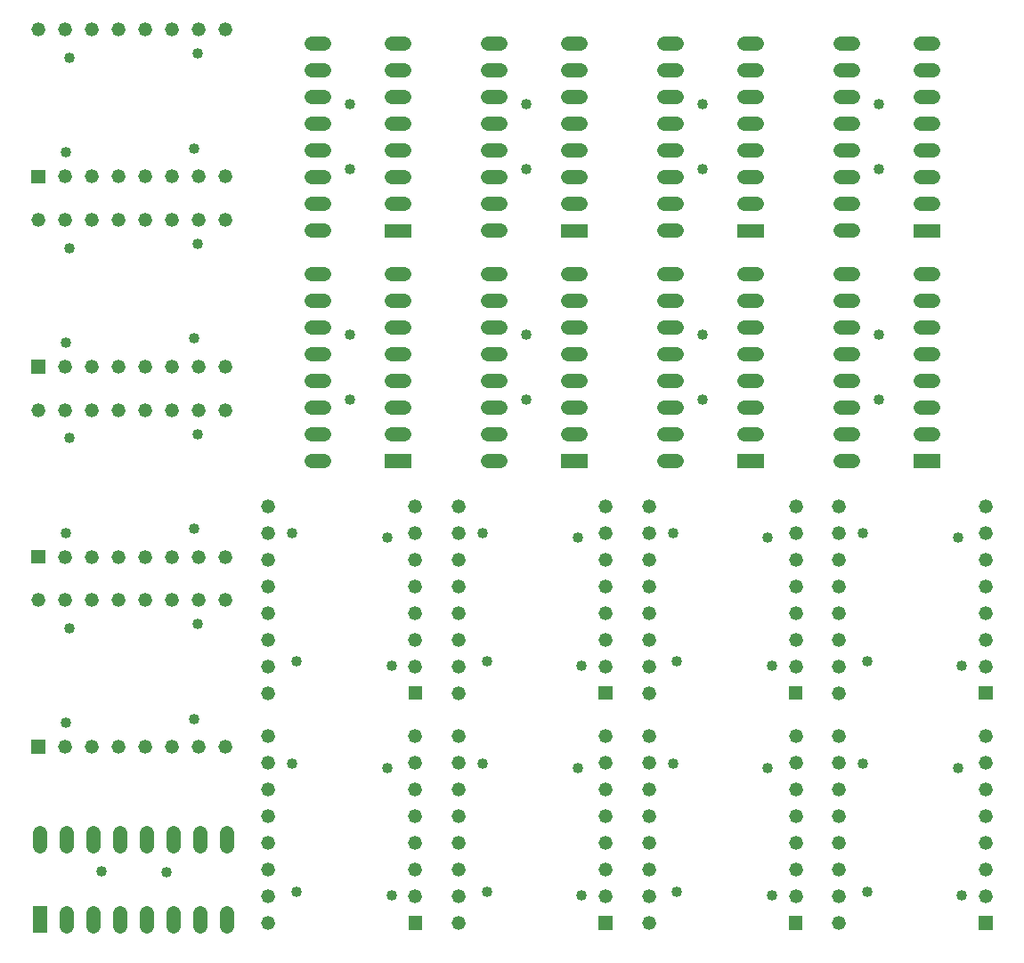
<source format=gbs>
%FSLAX24Y24*%
%MOIN*%
%ADD10C,0.0400*%
%ADD11C,0.0520*%
D10*
G01X12495Y22865D03*
X12485Y20422D03*
X12495Y31485D03*
X12485Y29042D03*
X5625Y2725D03*
X3182Y2735D03*
X25695Y31485D03*
X25685Y29042D03*
X19095Y22865D03*
X19085Y20422D03*
X25695Y22865D03*
X25685Y20422D03*
X19095Y31485D03*
X19085Y29042D03*
X32295Y31485D03*
X32285Y29042D03*
X32295Y22865D03*
X32285Y20422D03*
X6633Y29822D03*
X6782Y33372D03*
X1840Y29668D03*
X1990Y33220D03*
X13878Y6633D03*
X10328Y6782D03*
X14032Y1840D03*
X10480Y1990D03*
X20998Y6633D03*
X17448Y6782D03*
X21152Y1840D03*
X17600Y1990D03*
X35238Y6633D03*
X31688Y6782D03*
X35392Y1840D03*
X31840Y1990D03*
X28118Y6633D03*
X24568Y6782D03*
X28272Y1840D03*
X24720Y1990D03*
X13878Y15253D03*
X10328Y15402D03*
X14032Y10460D03*
X10480Y10610D03*
X20998Y15253D03*
X17448Y15402D03*
X21152Y10460D03*
X17600Y10610D03*
X28118Y15253D03*
X24568Y15402D03*
X28272Y10460D03*
X24720Y10610D03*
X6633Y22702D03*
X6782Y26252D03*
X1840Y22548D03*
X1990Y26100D03*
X6633Y15582D03*
X6782Y19132D03*
X1840Y15428D03*
X1990Y18980D03*
X6633Y8462D03*
X6782Y12012D03*
X1840Y8308D03*
X1990Y11860D03*
X35238Y15253D03*
X31688Y15402D03*
X35392Y10460D03*
X31840Y10610D03*
D11*
G01X11043Y18115D02*
X11523Y18115D01*
X14043Y20115D02*
X14523Y20115D01*
X14043Y19115D02*
X14523Y19115D01*
X11043Y19115D02*
X11523Y19115D01*
X11043Y25115D02*
X11523Y25115D01*
X11043Y24115D02*
X11523Y24115D01*
X14043Y22115D02*
X14523Y22115D01*
X14043Y24115D02*
X14523Y24115D01*
X14043Y21115D02*
X14523Y21115D01*
X14043Y25115D02*
X14523Y25115D01*
X14043Y23115D02*
X14523Y23115D01*
X11043Y21115D02*
X11523Y21115D01*
X11043Y20115D02*
X11523Y20115D01*
X11043Y23115D02*
X11523Y23115D01*
X11043Y22115D02*
X11523Y22115D01*
X11043Y26735D02*
X11523Y26735D01*
X14043Y28735D02*
X14523Y28735D01*
X14043Y27735D02*
X14523Y27735D01*
X11043Y27735D02*
X11523Y27735D01*
X11043Y33735D02*
X11523Y33735D01*
X11043Y32735D02*
X11523Y32735D01*
X14043Y30735D02*
X14523Y30735D01*
X14043Y32735D02*
X14523Y32735D01*
X14043Y29735D02*
X14523Y29735D01*
X14043Y33735D02*
X14523Y33735D01*
X14043Y31735D02*
X14523Y31735D01*
X11043Y29735D02*
X11523Y29735D01*
X11043Y28735D02*
X11523Y28735D01*
X11043Y31735D02*
X11523Y31735D01*
X11043Y30735D02*
X11523Y30735D01*
X875Y4177D02*
X875Y3697D01*
X2875Y1177D02*
X2875Y697D01*
X1875Y1177D02*
X1875Y697D01*
X1875Y4177D02*
X1875Y3697D01*
X7875Y4177D02*
X7875Y3697D01*
X6875Y4177D02*
X6875Y3697D01*
X4875Y1177D02*
X4875Y697D01*
X6875Y1177D02*
X6875Y697D01*
X3875Y1177D02*
X3875Y697D01*
X7875Y1177D02*
X7875Y697D01*
X5875Y1177D02*
X5875Y697D01*
X3875Y4177D02*
X3875Y3697D01*
X2875Y4177D02*
X2875Y3697D01*
X5875Y4177D02*
X5875Y3697D01*
X4875Y4177D02*
X4875Y3697D01*
X24243Y26735D02*
X24723Y26735D01*
X27243Y28735D02*
X27723Y28735D01*
X27243Y27735D02*
X27723Y27735D01*
X24243Y27735D02*
X24723Y27735D01*
X24243Y33735D02*
X24723Y33735D01*
X24243Y32735D02*
X24723Y32735D01*
X27243Y30735D02*
X27723Y30735D01*
X27243Y32735D02*
X27723Y32735D01*
X27243Y29735D02*
X27723Y29735D01*
X27243Y33735D02*
X27723Y33735D01*
X27243Y31735D02*
X27723Y31735D01*
X24243Y29735D02*
X24723Y29735D01*
X24243Y28735D02*
X24723Y28735D01*
X24243Y31735D02*
X24723Y31735D01*
X24243Y30735D02*
X24723Y30735D01*
X17643Y18115D02*
X18123Y18115D01*
X20643Y20115D02*
X21123Y20115D01*
X20643Y19115D02*
X21123Y19115D01*
X17643Y19115D02*
X18123Y19115D01*
X17643Y25115D02*
X18123Y25115D01*
X17643Y24115D02*
X18123Y24115D01*
X20643Y22115D02*
X21123Y22115D01*
X20643Y24115D02*
X21123Y24115D01*
X20643Y21115D02*
X21123Y21115D01*
X20643Y25115D02*
X21123Y25115D01*
X20643Y23115D02*
X21123Y23115D01*
X17643Y21115D02*
X18123Y21115D01*
X17643Y20115D02*
X18123Y20115D01*
X17643Y23115D02*
X18123Y23115D01*
X17643Y22115D02*
X18123Y22115D01*
X24243Y18115D02*
X24723Y18115D01*
X27243Y20115D02*
X27723Y20115D01*
X27243Y19115D02*
X27723Y19115D01*
X24243Y19115D02*
X24723Y19115D01*
X24243Y25115D02*
X24723Y25115D01*
X24243Y24115D02*
X24723Y24115D01*
X27243Y22115D02*
X27723Y22115D01*
X27243Y24115D02*
X27723Y24115D01*
X27243Y21115D02*
X27723Y21115D01*
X27243Y25115D02*
X27723Y25115D01*
X27243Y23115D02*
X27723Y23115D01*
X24243Y21115D02*
X24723Y21115D01*
X24243Y20115D02*
X24723Y20115D01*
X24243Y23115D02*
X24723Y23115D01*
X24243Y22115D02*
X24723Y22115D01*
X17643Y26735D02*
X18123Y26735D01*
X20643Y28735D02*
X21123Y28735D01*
X20643Y27735D02*
X21123Y27735D01*
X17643Y27735D02*
X18123Y27735D01*
X17643Y33735D02*
X18123Y33735D01*
X17643Y32735D02*
X18123Y32735D01*
X20643Y30735D02*
X21123Y30735D01*
X20643Y32735D02*
X21123Y32735D01*
X20643Y29735D02*
X21123Y29735D01*
X20643Y33735D02*
X21123Y33735D01*
X20643Y31735D02*
X21123Y31735D01*
X17643Y29735D02*
X18123Y29735D01*
X17643Y28735D02*
X18123Y28735D01*
X17643Y31735D02*
X18123Y31735D01*
X17643Y30735D02*
X18123Y30735D01*
X30843Y26735D02*
X31323Y26735D01*
X33843Y28735D02*
X34323Y28735D01*
X33843Y27735D02*
X34323Y27735D01*
X30843Y27735D02*
X31323Y27735D01*
X30843Y33735D02*
X31323Y33735D01*
X30843Y32735D02*
X31323Y32735D01*
X33843Y30735D02*
X34323Y30735D01*
X33843Y32735D02*
X34323Y32735D01*
X33843Y29735D02*
X34323Y29735D01*
X33843Y33735D02*
X34323Y33735D01*
X33843Y31735D02*
X34323Y31735D01*
X30843Y29735D02*
X31323Y29735D01*
X30843Y28735D02*
X31323Y28735D01*
X30843Y31735D02*
X31323Y31735D01*
X30843Y30735D02*
X31323Y30735D01*
X30843Y18115D02*
X31323Y18115D01*
X33843Y20115D02*
X34323Y20115D01*
X33843Y19115D02*
X34323Y19115D01*
X30843Y19115D02*
X31323Y19115D01*
X30843Y25115D02*
X31323Y25115D01*
X30843Y24115D02*
X31323Y24115D01*
X33843Y22115D02*
X34323Y22115D01*
X33843Y24115D02*
X34323Y24115D01*
X33843Y21115D02*
X34323Y21115D01*
X33843Y25115D02*
X34323Y25115D01*
X33843Y23115D02*
X34323Y23115D01*
X30843Y21115D02*
X31323Y21115D01*
X30843Y20115D02*
X31323Y20115D01*
X30843Y23115D02*
X31323Y23115D01*
X30843Y22115D02*
X31323Y22115D01*
X6812Y34273D03*
X1812Y34273D03*
X3812Y34273D03*
X4812Y34273D03*
X812Y34273D03*
X3812Y28773D03*
X1812Y28773D03*
X2812Y34273D03*
X7812Y34273D03*
X4812Y28773D03*
X5812Y34273D03*
X7812Y28773D03*
X2812Y28773D03*
X6812Y28773D03*
X5812Y28773D03*
X9427Y6812D03*
X9427Y1812D03*
X9427Y3812D03*
X9427Y4812D03*
X9427Y812D03*
X14927Y3812D03*
X14927Y1812D03*
X9427Y2812D03*
X9427Y7812D03*
X14927Y4812D03*
X9427Y5812D03*
X14927Y7812D03*
X14927Y2812D03*
X14927Y6812D03*
X14927Y5812D03*
X16547Y6812D03*
X16547Y1812D03*
X16547Y3812D03*
X16547Y4812D03*
X16547Y812D03*
X22047Y3812D03*
X22047Y1812D03*
X16547Y2812D03*
X16547Y7812D03*
X22047Y4812D03*
X16547Y5812D03*
X22047Y7812D03*
X22047Y2812D03*
X22047Y6812D03*
X22047Y5812D03*
X30787Y6812D03*
X30787Y1812D03*
X30787Y3812D03*
X30787Y4812D03*
X30787Y812D03*
X36287Y3812D03*
X36287Y1812D03*
X30787Y2812D03*
X30787Y7812D03*
X36287Y4812D03*
X30787Y5812D03*
X36287Y7812D03*
X36287Y2812D03*
X36287Y6812D03*
X36287Y5812D03*
X23667Y6812D03*
X23667Y1812D03*
X23667Y3812D03*
X23667Y4812D03*
X23667Y812D03*
X29167Y3812D03*
X29167Y1812D03*
X23667Y2812D03*
X23667Y7812D03*
X29167Y4812D03*
X23667Y5812D03*
X29167Y7812D03*
X29167Y2812D03*
X29167Y6812D03*
X29167Y5812D03*
X9427Y15432D03*
X9427Y10432D03*
X9427Y12432D03*
X9427Y13432D03*
X9427Y9432D03*
X14927Y12432D03*
X14927Y10432D03*
X9427Y11432D03*
X9427Y16432D03*
X14927Y13432D03*
X9427Y14432D03*
X14927Y16432D03*
X14927Y11432D03*
X14927Y15432D03*
X14927Y14432D03*
X16547Y15432D03*
X16547Y10432D03*
X16547Y12432D03*
X16547Y13432D03*
X16547Y9432D03*
X22047Y12432D03*
X22047Y10432D03*
X16547Y11432D03*
X16547Y16432D03*
X22047Y13432D03*
X16547Y14432D03*
X22047Y16432D03*
X22047Y11432D03*
X22047Y15432D03*
X22047Y14432D03*
X23667Y15432D03*
X23667Y10432D03*
X23667Y12432D03*
X23667Y13432D03*
X23667Y9432D03*
X29167Y12432D03*
X29167Y10432D03*
X23667Y11432D03*
X23667Y16432D03*
X29167Y13432D03*
X23667Y14432D03*
X29167Y16432D03*
X29167Y11432D03*
X29167Y15432D03*
X29167Y14432D03*
X6812Y27153D03*
X1812Y27153D03*
X3812Y27153D03*
X4812Y27153D03*
X812Y27153D03*
X3812Y21653D03*
X1812Y21653D03*
X2812Y27153D03*
X7812Y27153D03*
X4812Y21653D03*
X5812Y27153D03*
X7812Y21653D03*
X2812Y21653D03*
X6812Y21653D03*
X5812Y21653D03*
X6812Y20033D03*
X1812Y20033D03*
X3812Y20033D03*
X4812Y20033D03*
X812Y20033D03*
X3812Y14533D03*
X1812Y14533D03*
X2812Y20033D03*
X7812Y20033D03*
X4812Y14533D03*
X5812Y20033D03*
X7812Y14533D03*
X2812Y14533D03*
X6812Y14533D03*
X5812Y14533D03*
X6812Y12913D03*
X1812Y12913D03*
X3812Y12913D03*
X4812Y12913D03*
X812Y12913D03*
X3812Y7413D03*
X1812Y7413D03*
X2812Y12913D03*
X7812Y12913D03*
X4812Y7413D03*
X5812Y12913D03*
X7812Y7413D03*
X2812Y7413D03*
X6812Y7413D03*
X5812Y7413D03*
X30787Y15432D03*
X30787Y10432D03*
X30787Y12432D03*
X30787Y13432D03*
X30787Y9432D03*
X36287Y12432D03*
X36287Y10432D03*
X30787Y11432D03*
X30787Y16432D03*
X36287Y13432D03*
X30787Y14432D03*
X36287Y16432D03*
X36287Y11432D03*
X36287Y15432D03*
X36287Y14432D03*
G36*
X13783Y18375D02*
X13783Y17855D01*
X14783Y17855D01*
X14783Y18375D01*
X13783Y18375D01*
G37*
G36*
X13783Y26995D02*
X13783Y26475D01*
X14783Y26475D01*
X14783Y26995D01*
X13783Y26995D01*
G37*
G36*
X1135Y1437D02*
X615Y1437D01*
X615Y437D01*
X1135Y437D01*
X1135Y1437D01*
G37*
G36*
X26983Y26995D02*
X26983Y26475D01*
X27983Y26475D01*
X27983Y26995D01*
X26983Y26995D01*
G37*
G36*
X20383Y18375D02*
X20383Y17855D01*
X21383Y17855D01*
X21383Y18375D01*
X20383Y18375D01*
G37*
G36*
X26983Y18375D02*
X26983Y17855D01*
X27983Y17855D01*
X27983Y18375D01*
X26983Y18375D01*
G37*
G36*
X20383Y26995D02*
X20383Y26475D01*
X21383Y26475D01*
X21383Y26995D01*
X20383Y26995D01*
G37*
G36*
X33583Y26995D02*
X33583Y26475D01*
X34583Y26475D01*
X34583Y26995D01*
X33583Y26995D01*
G37*
G36*
X33583Y18375D02*
X33583Y17855D01*
X34583Y17855D01*
X34583Y18375D01*
X33583Y18375D01*
G37*
G36*
X1072Y29033D02*
X552Y29033D01*
X552Y28513D01*
X1072Y28513D01*
X1072Y29033D01*
G37*
G36*
X14667Y1072D02*
X14667Y552D01*
X15187Y552D01*
X15187Y1072D01*
X14667Y1072D01*
G37*
G36*
X21787Y1072D02*
X21787Y552D01*
X22307Y552D01*
X22307Y1072D01*
X21787Y1072D01*
G37*
G36*
X36027Y1072D02*
X36027Y552D01*
X36547Y552D01*
X36547Y1072D01*
X36027Y1072D01*
G37*
G36*
X28907Y1072D02*
X28907Y552D01*
X29427Y552D01*
X29427Y1072D01*
X28907Y1072D01*
G37*
G36*
X14667Y9692D02*
X14667Y9172D01*
X15187Y9172D01*
X15187Y9692D01*
X14667Y9692D01*
G37*
G36*
X21787Y9692D02*
X21787Y9172D01*
X22307Y9172D01*
X22307Y9692D01*
X21787Y9692D01*
G37*
G36*
X28907Y9692D02*
X28907Y9172D01*
X29427Y9172D01*
X29427Y9692D01*
X28907Y9692D01*
G37*
G36*
X1072Y21913D02*
X552Y21913D01*
X552Y21393D01*
X1072Y21393D01*
X1072Y21913D01*
G37*
G36*
X1072Y14793D02*
X552Y14793D01*
X552Y14273D01*
X1072Y14273D01*
X1072Y14793D01*
G37*
G36*
X1072Y7673D02*
X552Y7673D01*
X552Y7153D01*
X1072Y7153D01*
X1072Y7673D01*
G37*
G36*
X36027Y9692D02*
X36027Y9172D01*
X36547Y9172D01*
X36547Y9692D01*
X36027Y9692D01*
G37*
M02*

</source>
